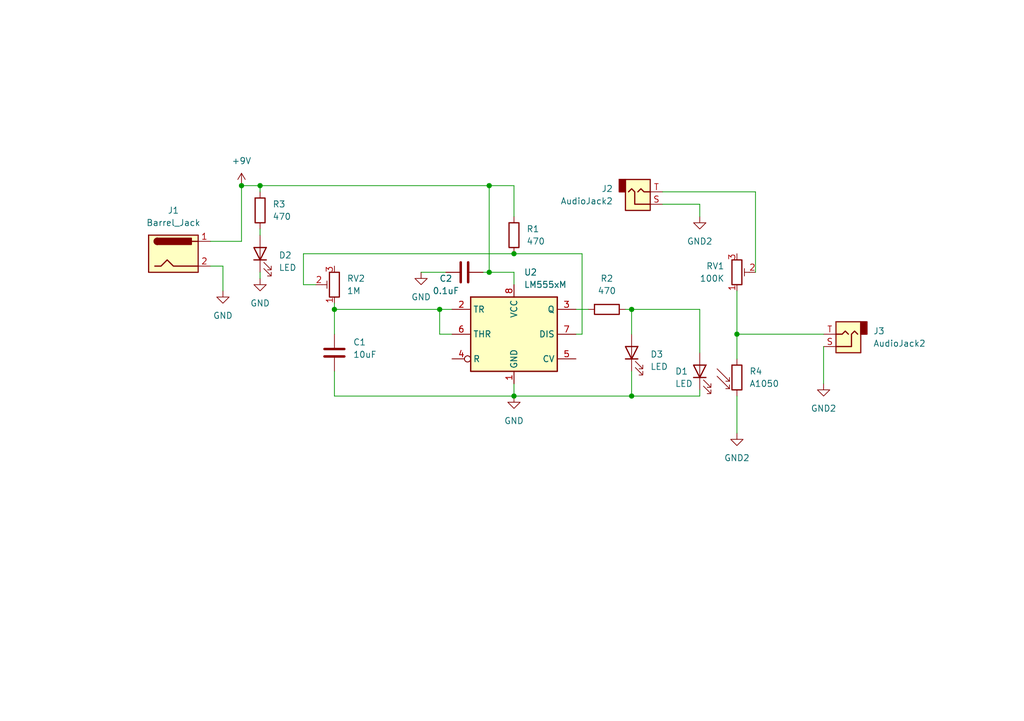
<source format=kicad_sch>
(kicad_sch (version 20211123) (generator eeschema)
  (paper "A5")
  (title_block (title "Tremolo") (date "2022-01-14") (rev "B") (company "EWU IEEE"))
  (lib_symbols
    (symbol "Connector:AudioJack2"
      (property "Reference" "J" (at 0 8.89 0))
      (property "Value" "AudioJack2" (at 0 6.35 0))
      (symbol "AudioJack2_0_1"
        (rectangle (start -3.81 0) (end -2.54 -2.54) (stroke (width 0.254)) (fill (type outline)))
        (rectangle (start -2.54 3.81) (end 2.54 -2.54) (stroke (width 0.254)) (fill (type background)))
        (polyline (pts (xy 0 0) (xy 0.635 -0.635) (xy 1.27 0) (xy 2.54 0)) (stroke (width 0.254)))
        (polyline (pts (xy 2.54 2.54) (xy -0.635 2.54) (xy -0.635 0) (xy -1.27 -0.635) (xy -1.905 0)) (stroke (width 0.254)))
      )
      (symbol "AudioJack2_1_1"
        (pin passive line (at 5.08 2.54 180) (length 2.54) (name "~") (number "S"))
        (pin passive line (at 5.08 0 180) (length 2.54) (name "~") (number "T"))
      )
    )
    (symbol "Connector:Barrel_Jack" (pin_names (offset 1.016))
      (property "Reference" "J" (at 0 5.334 0))
      (property "Value" "Barrel_Jack" (at 0 -5.08 0))
      (symbol "Barrel_Jack_0_1"
        (rectangle (start -5.08 3.81) (end 5.08 -3.81) (stroke (width 0.254)) (fill (type background)))
        (arc (start -3.302 3.175) (mid -3.937 2.54) (end -3.302 1.905) (stroke (width 0.254)))
        (arc (start -3.302 3.175) (mid -3.937 2.54) (end -3.302 1.905) (stroke (width 0.254)) (fill (type outline)))
        (polyline (pts (xy 5.08 2.54) (xy 3.81 2.54)) (stroke (width 0.254)))
        (polyline (pts (xy -3.81 -2.54) (xy -2.54 -2.54) (xy -1.27 -1.27) (xy 0 -2.54) (xy 2.54 -2.54) (xy 5.08 -2.54)) (stroke (width 0.254)))
        (rectangle (start 3.683 3.175) (end -3.302 1.905) (stroke (width 0.254)) (fill (type outline)))
      )
      (symbol "Barrel_Jack_1_1"
        (pin passive line (at 7.62 2.54 180) (length 2.54) (name "~") (number "1"))
        (pin passive line (at 7.62 -2.54 180) (length 2.54) (name "~") (number "2"))
      )
    )
    (symbol "Device:C" (pin_numbers hide) (pin_names (offset 0.254))
      (property "Reference" "C" (at 0.635 2.54 0))
      (property "Value" "C" (at 0.635 -2.54 0))
      (symbol "C_0_1"
        (polyline (pts (xy -2.032 -0.762) (xy 2.032 -0.762)) (stroke (width 0.508)))
        (polyline (pts (xy -2.032 0.762) (xy 2.032 0.762)) (stroke (width 0.508)))
      )
      (symbol "C_1_1"
        (pin passive line (at 0 3.81 270) (length 2.794) (name "~") (number "1"))
        (pin passive line (at 0 -3.81 90) (length 2.794) (name "~") (number "2"))
      )
    )
    (symbol "Device:LED" (pin_numbers hide) (pin_names (offset 1.016) hide)
      (property "Reference" "D" (at 0 2.54 0))
      (property "Value" "LED" (at 0 -2.54 0))
      (symbol "LED_0_1"
        (polyline (pts (xy -1.27 -1.27) (xy -1.27 1.27)) (stroke (width 0.254)))
        (polyline (pts (xy -1.27 0) (xy 1.27 0)))
        (polyline (pts (xy 1.27 -1.27) (xy 1.27 1.27) (xy -1.27 0) (xy 1.27 -1.27)) (stroke (width 0.254)))
        (polyline (pts (xy -3.048 -0.762) (xy -4.572 -2.286) (xy -3.81 -2.286) (xy -4.572 -2.286) (xy -4.572 -1.524)))
        (polyline (pts (xy -1.778 -0.762) (xy -3.302 -2.286) (xy -2.54 -2.286) (xy -3.302 -2.286) (xy -3.302 -1.524)))
      )
      (symbol "LED_1_1"
        (pin passive line (at -3.81 0 0) (length 2.54) (name "K") (number "1"))
        (pin passive line (at 3.81 0 180) (length 2.54) (name "A") (number "2"))
      )
    )
    (symbol "Device:R" (pin_numbers hide) (pin_names (offset 0))
      (property "Reference" "R" (at 2.032 0 90))
      (property "Value" "R" (at 0 0 90))
      (symbol "R_0_1"
        (rectangle (start -1.016 -2.54) (end 1.016 2.54) (stroke (width 0.254)))
      )
      (symbol "R_1_1"
        (pin passive line (at 0 3.81 270) (length 1.27) (name "~") (number "1"))
        (pin passive line (at 0 -3.81 90) (length 1.27) (name "~") (number "2"))
      )
    )
    (symbol "Device:R_Potentiometer_Trim" (pin_names (offset 1.016) hide)
      (property "Reference" "RV" (at -4.445 0 90))
      (property "Value" "R_Potentiometer_Trim" (at -2.54 0 90))
      (symbol "R_Potentiometer_Trim_0_1"
        (polyline (pts (xy 1.524 0.762) (xy 1.524 -0.762)))
        (polyline (pts (xy 2.54 0) (xy 1.524 0)))
        (rectangle (start 1.016 2.54) (end -1.016 -2.54) (stroke (width 0.254)))
      )
      (symbol "R_Potentiometer_Trim_1_1"
        (pin passive line (at 0 3.81 270) (length 1.27) (name "1") (number "1"))
        (pin passive line (at 3.81 0 180) (length 1.27) (name "2") (number "2"))
        (pin passive line (at 0 -3.81 90) (length 1.27) (name "3") (number "3"))
      )
    )
    (symbol "Sensor_Optical:A1050" (pin_numbers hide) (pin_names (offset 0))
      (property "Reference" "R" (at -5.08 0 90))
      (property "Value" "A1050" (at 1.905 0 90))
      (symbol "A1050_0_1"
        (rectangle (start -1.016 2.54) (end 1.016 -2.54) (stroke (width 0.254)))
        (polyline (pts (xy -1.524 -2.286) (xy -4.064 0.254)))
        (polyline (pts (xy -1.524 -2.286) (xy -2.286 -2.286)))
        (polyline (pts (xy -1.524 -2.286) (xy -1.524 -1.524)))
        (polyline (pts (xy -1.524 -0.762) (xy -4.064 1.778)))
        (polyline (pts (xy -1.524 -0.762) (xy -2.286 -0.762)))
        (polyline (pts (xy -1.524 -0.762) (xy -1.524 0)))
      )
      (symbol "A1050_1_1"
        (pin passive line (at 0 3.81 270) (length 1.27) (name "~") (number "1"))
        (pin passive line (at 0 -3.81 90) (length 1.27) (name "~") (number "2"))
      )
    )
    (symbol "Timer:LM555xM"
      (property "Reference" "U?" (at 2.0194 12.7 0))
      (property "Value" "LM555xM" (at 2.0194 10.16 0))
      (symbol "LM555xM_0_0"
        (pin power_in line (at 0 -10.16 90) (length 2.54) (name "GND") (number "1"))
        (pin power_in line (at 0 10.16 270) (length 2.54) (name "VCC") (number "8"))
      )
      (symbol "LM555xM_0_1"
        (rectangle (start -8.89 -7.62) (end 8.89 7.62) (stroke (width 0.254)) (fill (type background)))
        (rectangle (start -8.89 -7.62) (end 8.89 7.62) (stroke (width 0.254)) (fill (type background)))
      )
      (symbol "LM555xM_1_1"
        (pin input line (at -12.7 5.08 0) (length 3.81) (name "TR") (number "2"))
        (pin output line (at 12.7 5.08 180) (length 3.81) (name "Q") (number "3"))
        (pin input inverted (at -12.7 -5.08 0) (length 3.81) (name "R") (number "4"))
        (pin input line (at 12.7 -5.08 180) (length 3.81) (name "CV") (number "5"))
        (pin input line (at -12.7 0 0) (length 3.81) (name "THR") (number "6"))
        (pin input line (at 12.7 0 180) (length 3.81) (name "DIS") (number "7"))
      )
    )
    (symbol "power:+9V" (power) (pin_names (offset 0))
      (property "Value" "+9V" (at 0 3.556 0))
      (symbol "+9V_0_1"
        (polyline (pts (xy -0.762 1.27) (xy 0 2.54)))
        (polyline (pts (xy 0 0) (xy 0 2.54)))
        (polyline (pts (xy 0 2.54) (xy 0.762 1.27)))
      )
      (symbol "+9V_1_1"
        (pin power_in line (at 0 0 90) (length 0) hide (name "+9V") (number "1"))
      )
    )
    (symbol "power:GND" (power) (pin_names (offset 0))
      (property "Value" "GND" (at 0 -3.81 0))
      (symbol "GND_0_1"
        (polyline (pts (xy 0 0) (xy 0 -1.27) (xy 1.27 -1.27) (xy 0 -2.54) (xy -1.27 -1.27) (xy 0 -1.27)))
      )
      (symbol "GND_1_1"
        (pin power_in line (at 0 0 270) (length 0) hide (name "GND") (number "1"))
      )
    )
    (symbol "power:GND2" (power) (pin_names (offset 0))
      (property "Value" "GND2" (at 0 -3.81 0))
      (symbol "GND2_0_1"
        (polyline (pts (xy 0 0) (xy 0 -1.27) (xy 1.27 -1.27) (xy 0 -2.54) (xy -1.27 -1.27) (xy 0 -1.27)))
      )
      (symbol "GND2_1_1"
        (pin power_in line (at 0 0 270) (length 0) hide (name "GND2") (number "1"))
      )
    )
  )
  (junction (at 100.33 38.1))
  (junction (at 49.53 38.1))
  (junction (at 105.41 52.07))
  (junction (at 68.58 63.5))
  (junction (at 129.54 63.5))
  (junction (at 105.41 81.28))
  (junction (at 100.33 55.88))
  (junction (at 53.34 38.1))
  (junction (at 90.17 63.5))
  (junction (at 129.54 81.28))
  (junction (at 151.13 68.58))
  (wire (pts (xy 53.34 55.88) (xy 53.34 57.15)))
  (wire (pts (xy 129.54 81.28) (xy 143.51 81.28)))
  (wire (pts (xy 105.41 52.07) (xy 119.38 52.07)))
  (wire (pts (xy 49.53 49.53) (xy 49.53 38.1)))
  (wire (pts (xy 151.13 68.58) (xy 151.13 73.66)))
  (wire (pts (xy 62.23 58.42) (xy 64.77 58.42)))
  (wire (pts (xy 129.54 63.5) (xy 143.51 63.5)))
  (wire (pts (xy 143.51 41.91) (xy 143.51 44.45)))
  (wire (pts (xy 105.41 58.42) (xy 105.41 55.88)))
  (wire (pts (xy 143.51 81.28) (xy 143.51 80.01)))
  (wire (pts (xy 154.94 39.37) (xy 154.94 55.88)))
  (wire (pts (xy 100.33 55.88) (xy 99.06 55.88)))
  (wire (pts (xy 105.41 78.74) (xy 105.41 81.28)))
  (wire (pts (xy 90.17 68.58) (xy 92.71 68.58)))
  (wire (pts (xy 43.18 49.53) (xy 49.53 49.53)))
  (wire (pts (xy 53.34 46.99) (xy 53.34 48.26)))
  (wire (pts (xy 53.34 38.1) (xy 53.34 39.37)))
  (wire (pts (xy 105.41 81.28) (xy 129.54 81.28)))
  (wire (pts (xy 68.58 76.2) (xy 68.58 81.28)))
  (wire (pts (xy 68.58 81.28) (xy 105.41 81.28)))
  (wire (pts (xy 135.89 41.91) (xy 143.51 41.91)))
  (wire (pts (xy 129.54 63.5) (xy 129.54 68.58)))
  (wire (pts (xy 105.41 38.1) (xy 105.41 44.45)))
  (wire (pts (xy 68.58 63.5) (xy 90.17 63.5)))
  (wire (pts (xy 135.89 39.37) (xy 154.94 39.37)))
  (wire (pts (xy 62.23 52.07) (xy 62.23 58.42)))
  (wire (pts (xy 86.36 55.88) (xy 91.44 55.88)))
  (wire (pts (xy 90.17 63.5) (xy 90.17 68.58)))
  (wire (pts (xy 119.38 52.07) (xy 119.38 68.58)))
  (wire (pts (xy 45.72 54.61) (xy 45.72 59.69)))
  (wire (pts (xy 118.11 63.5) (xy 120.65 63.5)))
  (wire (pts (xy 100.33 38.1) (xy 105.41 38.1)))
  (wire (pts (xy 43.18 54.61) (xy 45.72 54.61)))
  (wire (pts (xy 105.41 55.88) (xy 100.33 55.88)))
  (wire (pts (xy 151.13 68.58) (xy 168.91 68.58)))
  (wire (pts (xy 105.41 52.07) (xy 62.23 52.07)))
  (wire (pts (xy 100.33 38.1) (xy 100.33 55.88)))
  (wire (pts (xy 128.27 63.5) (xy 129.54 63.5)))
  (wire (pts (xy 68.58 62.23) (xy 68.58 63.5)))
  (wire (pts (xy 151.13 59.69) (xy 151.13 68.58)))
  (wire (pts (xy 53.34 38.1) (xy 100.33 38.1)))
  (wire (pts (xy 90.17 63.5) (xy 92.71 63.5)))
  (wire (pts (xy 143.51 63.5) (xy 143.51 72.39)))
  (wire (pts (xy 151.13 81.28) (xy 151.13 88.9)))
  (wire (pts (xy 168.91 71.12) (xy 168.91 78.74)))
  (wire (pts (xy 49.53 38.1) (xy 53.34 38.1)))
  (wire (pts (xy 129.54 76.2) (xy 129.54 81.28)))
  (wire (pts (xy 68.58 63.5) (xy 68.58 68.58)))
  (wire (pts (xy 118.11 68.58) (xy 119.38 68.58)))
  (symbol (lib_id "Device:R_Potentiometer_Trim") (at 68.58 58.42 180) (unit 1)
    (property "Reference" "RV2" (at 71.12 57.1499 0) (effects (justify right)))
    (property "Value" "1M" (at 71.12 59.6899 0) (effects (justify right)))
    (property "Footprint" "MJ-63022B:Bourns PDB12" (effects hide))
  )
  (symbol (lib_id "power:GND") (at 45.72 59.69 0) (unit 1)
    (property "Reference" "#PWR01" (effects hide))
    (property "Value" "GND" (at 45.72 64.77 0))
  )
  (symbol (lib_id "Device:C") (at 95.25 55.88 90) (unit 1)
    (property "Reference" "C2" (at 91.44 57.15 90))
    (property "Value" "0.1uF" (at 91.44 59.69 90))
    (property "Footprint" "Capacitor_THT:C_Disc_D3.0mm_W2.0mm_P2.50mm" (effects hide))
  )
  (symbol (lib_id "Connector:AudioJack2") (at 130.81 39.37 0) (mirror x) (unit 1)
    (property "Reference" "J2" (at 125.73 38.7349 0) (effects (justify right)))
    (property "Value" "AudioJack2" (at 125.73 41.2749 0) (effects (justify right)))
    (property "Footprint" "MJ-63022B:CUI_MJ-63022B" (effects hide))
  )
  (symbol (lib_id "Device:R_Potentiometer_Trim") (at 151.13 55.88 0) (mirror x) (unit 1)
    (property "Reference" "RV1" (at 148.59 54.6099 0) (effects (justify right)))
    (property "Value" "100K" (at 148.59 57.1499 0) (effects (justify right)))
    (property "Footprint" "Potentiometer_THT:Potentiometer_Bourns_PTV09A-1_Single_Vertical" (effects hide))
  )
  (symbol (lib_id "Device:R") (at 105.41 48.26 0) (unit 1)
    (property "Reference" "R1" (at 107.95 46.9899 0) (effects (justify left)))
    (property "Value" "470" (at 107.95 49.5299 0) (effects (justify left)))
    (property "Footprint" "Resistor_THT:R_Axial_DIN0207_L6.3mm_D2.5mm_P7.62mm_Horizontal" (effects hide))
  )
  (symbol (lib_id "power:GND2") (at 151.13 88.9 0) (unit 1)
    (property "Reference" "#PWR0103" (effects hide))
    (property "Value" "GND2" (at 151.13 93.98 0))
  )
  (symbol (lib_id "Sensor_Optical:A1050") (at 151.13 77.47 0) (unit 1)
    (property "Reference" "R4" (at 153.67 76.1999 0) (effects (justify left)))
    (property "Value" "A1050" (at 153.67 78.7399 0) (effects (justify left)))
    (property "Footprint" "OptoDevice:R_LDR_D6.4mm_P3.4mm_Vertical" (effects hide))
    (property "Datasheet" "http://cdn-reichelt.de/documents/datenblatt/A500/A106012.pdf" (effects hide))
  )
  (symbol (lib_id "Connector:Barrel_Jack") (at 35.56 52.07 0) (unit 1)
    (property "Reference" "J1" (at 35.56 43.18 0))
    (property "Value" "Barrel_Jack" (at 35.56 45.72 0))
    (property "Footprint" "Connector_BarrelJack:BarrelJack_CUI_PJ-063AH_Horizontal" (effects hide))
  )
  (symbol (lib_id "power:GND2") (at 168.91 78.74 0) (unit 1)
    (property "Reference" "#PWR0102" (effects hide))
    (property "Value" "GND2" (at 168.91 83.82 0))
  )
  (symbol (lib_id "power:+9V") (at 49.53 38.1 0) (unit 1)
    (property "Reference" "#PWR02" (effects hide))
    (property "Value" "+9V" (at 49.53 33.02 0))
  )
  (symbol (lib_id "Device:LED") (at 143.51 76.2 90) (unit 1)
    (property "Reference" "D1" (at 138.43 76.2 90) (effects (justify right)))
    (property "Value" "LED" (at 138.43 78.74 90) (effects (justify right)))
    (property "Footprint" "LED_THT:LED_D3.0mm" (effects hide))
  )
  (symbol (lib_id "Device:R") (at 53.34 43.18 0) (unit 1)
    (property "Reference" "R3" (at 55.88 41.9099 0) (effects (justify left)))
    (property "Value" "470" (at 55.88 44.4499 0) (effects (justify left)))
    (property "Footprint" "Resistor_THT:R_Axial_DIN0207_L6.3mm_D2.5mm_P7.62mm_Horizontal" (effects hide))
  )
  (symbol (lib_id "Device:R") (at 124.46 63.5 90) (unit 1)
    (property "Reference" "R2" (at 124.46 57.15 90))
    (property "Value" "470" (at 124.46 59.69 90))
    (property "Footprint" "Resistor_THT:R_Axial_DIN0207_L6.3mm_D2.5mm_P7.62mm_Horizontal" (effects hide))
  )
  (symbol (lib_id "power:GND2") (at 143.51 44.45 0) (unit 1)
    (property "Reference" "#PWR0101" (effects hide))
    (property "Value" "GND2" (at 143.51 49.53 0))
  )
  (symbol (lib_id "power:GND") (at 53.34 57.15 0) (unit 1)
    (property "Reference" "#PWR04" (effects hide))
    (property "Value" "GND" (at 53.34 62.23 0))
  )
  (symbol (lib_id "Timer:LM555xM") (at 105.41 68.58 0) (unit 1)
    (property "Reference" "U2" (at 107.4294 55.88 0) (effects (justify left)))
    (property "Value" "LM555xM" (at 107.4294 58.42 0) (effects (justify left)))
    (property "Footprint" "Package_SO:SOIC-8_3.9x4.9mm_P1.27mm" (effects hide))
    (property "Datasheet" "http://www.ti.com/lit/ds/symlink/lm555.pdf" (effects hide))
  )
  (symbol (lib_id "Device:C") (at 68.58 72.39 0) (unit 1)
    (property "Reference" "C1" (at 72.39 70.2309 0) (effects (justify left)))
    (property "Value" "10uF" (at 72.39 72.7709 0) (effects (justify left)))
    (property "Footprint" "Capacitor_THT:C_Disc_D4.3mm_W1.9mm_P5.00mm" (effects hide))
  )
  (symbol (lib_id "Device:LED") (at 53.34 52.07 90) (unit 1)
    (property "Reference" "D2" (at 57.15 52.3874 90) (effects (justify right)))
    (property "Value" "LED" (at 57.15 54.9274 90) (effects (justify right)))
    (property "Footprint" "LED_THT:LED_D3.0mm" (effects hide))
  )
  (symbol (lib_id "Device:LED") (at 129.54 72.39 90) (unit 1)
    (property "Reference" "D3" (at 133.35 72.7074 90) (effects (justify right)))
    (property "Value" "LED" (at 133.35 75.2474 90) (effects (justify right)))
    (property "Footprint" "LED_THT:LED_D3.0mm" (effects hide))
  )
  (symbol (lib_id "Connector:AudioJack2") (at 173.99 68.58 180) (unit 1)
    (property "Reference" "J3" (at 179.07 67.9449 0) (effects (justify right)))
    (property "Value" "AudioJack2" (at 179.07 70.4849 0) (effects (justify right)))
    (property "Footprint" "MJ-63022B:CUI_MJ-63022B" (effects hide))
  )
  (symbol (lib_id "power:GND") (at 86.36 55.88 0) (unit 1)
    (property "Reference" "#PWR08" (effects hide))
    (property "Value" "GND" (at 86.36 60.96 0))
  )
  (symbol (lib_id "power:GND") (at 105.41 81.28 0) (unit 1)
    (property "Reference" "#PWR03" (effects hide))
    (property "Value" "GND" (at 105.41 86.36 0))
  )
)
</source>
